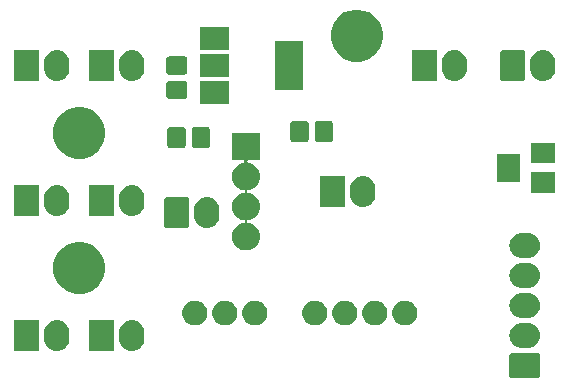
<source format=gts>
%TF.GenerationSoftware,KiCad,Pcbnew,5.0.1*%
%TF.CreationDate,2019-02-02T16:09:19-06:00*%
%TF.ProjectId,PowerRDP,506F7765725244502E6B696361645F70,01*%
%TF.SameCoordinates,Original*%
%TF.FileFunction,Soldermask,Top*%
%TF.FilePolarity,Negative*%
%FSLAX46Y46*%
G04 Gerber Fmt 4.6, Leading zero omitted, Abs format (unit mm)*
G04 Created by KiCad (PCBNEW 5.0.1) date Sat 02 Feb 2019 04:09:19 PM CST*
%MOMM*%
%LPD*%
G01*
G04 APERTURE LIST*
%ADD10C,0.100000*%
G04 APERTURE END LIST*
D10*
G36*
X166478094Y-77674789D02*
X166518953Y-77687183D01*
X166556608Y-77707311D01*
X166589607Y-77734393D01*
X166616689Y-77767392D01*
X166636817Y-77805047D01*
X166649211Y-77845906D01*
X166654000Y-77894530D01*
X166654000Y-79585470D01*
X166649211Y-79634094D01*
X166636817Y-79674953D01*
X166616689Y-79712608D01*
X166589607Y-79745607D01*
X166556608Y-79772689D01*
X166518953Y-79792817D01*
X166478094Y-79805211D01*
X166429470Y-79810000D01*
X164278530Y-79810000D01*
X164229906Y-79805211D01*
X164189047Y-79792817D01*
X164151392Y-79772689D01*
X164118393Y-79745607D01*
X164091311Y-79712608D01*
X164071183Y-79674953D01*
X164058789Y-79634094D01*
X164054000Y-79585470D01*
X164054000Y-77894530D01*
X164058789Y-77845906D01*
X164071183Y-77805047D01*
X164091311Y-77767392D01*
X164118393Y-77734393D01*
X164151392Y-77707311D01*
X164189047Y-77687183D01*
X164229906Y-77674789D01*
X164278530Y-77670000D01*
X166429470Y-77670000D01*
X166478094Y-77674789D01*
X166478094Y-77674789D01*
G37*
G36*
X125939756Y-74915482D02*
X126088970Y-74960746D01*
X126141455Y-74976667D01*
X126327336Y-75076022D01*
X126490265Y-75209735D01*
X126623978Y-75372663D01*
X126723333Y-75558544D01*
X126736716Y-75602663D01*
X126784518Y-75760243D01*
X126800000Y-75917436D01*
X126800000Y-76482563D01*
X126784518Y-76639756D01*
X126739254Y-76788970D01*
X126723333Y-76841455D01*
X126623978Y-77027337D01*
X126490265Y-77190265D01*
X126327337Y-77323978D01*
X126141456Y-77423333D01*
X126088971Y-77439254D01*
X125939757Y-77484518D01*
X125730000Y-77505177D01*
X125520244Y-77484518D01*
X125371030Y-77439254D01*
X125318545Y-77423333D01*
X125132664Y-77323978D01*
X124969736Y-77190265D01*
X124836024Y-77027338D01*
X124736666Y-76841453D01*
X124716271Y-76774220D01*
X124675482Y-76639757D01*
X124660000Y-76482564D01*
X124660000Y-75917437D01*
X124675482Y-75760244D01*
X124736666Y-75558549D01*
X124736667Y-75558545D01*
X124836022Y-75372664D01*
X124969735Y-75209735D01*
X125132663Y-75076022D01*
X125318544Y-74976667D01*
X125371029Y-74960746D01*
X125520243Y-74915482D01*
X125730000Y-74894823D01*
X125939756Y-74915482D01*
X125939756Y-74915482D01*
G37*
G36*
X132289756Y-74915482D02*
X132438970Y-74960746D01*
X132491455Y-74976667D01*
X132677336Y-75076022D01*
X132840265Y-75209735D01*
X132973978Y-75372663D01*
X133073333Y-75558544D01*
X133086716Y-75602663D01*
X133134518Y-75760243D01*
X133150000Y-75917436D01*
X133150000Y-76482563D01*
X133134518Y-76639756D01*
X133089254Y-76788970D01*
X133073333Y-76841455D01*
X132973978Y-77027337D01*
X132840265Y-77190265D01*
X132677337Y-77323978D01*
X132491456Y-77423333D01*
X132438971Y-77439254D01*
X132289757Y-77484518D01*
X132080000Y-77505177D01*
X131870244Y-77484518D01*
X131721030Y-77439254D01*
X131668545Y-77423333D01*
X131482664Y-77323978D01*
X131319736Y-77190265D01*
X131186024Y-77027338D01*
X131086666Y-76841453D01*
X131066271Y-76774220D01*
X131025482Y-76639757D01*
X131010000Y-76482564D01*
X131010000Y-75917437D01*
X131025482Y-75760244D01*
X131086666Y-75558549D01*
X131086667Y-75558545D01*
X131186022Y-75372664D01*
X131319735Y-75209735D01*
X131482663Y-75076022D01*
X131668544Y-74976667D01*
X131721029Y-74960746D01*
X131870243Y-74915482D01*
X132080000Y-74894823D01*
X132289756Y-74915482D01*
X132289756Y-74915482D01*
G37*
G36*
X130610000Y-77500000D02*
X128470000Y-77500000D01*
X128470000Y-74900000D01*
X130610000Y-74900000D01*
X130610000Y-77500000D01*
X130610000Y-77500000D01*
G37*
G36*
X124260000Y-77500000D02*
X122120000Y-77500000D01*
X122120000Y-74900000D01*
X124260000Y-74900000D01*
X124260000Y-77500000D01*
X124260000Y-77500000D01*
G37*
G36*
X165688962Y-75135161D02*
X165793757Y-75145482D01*
X165942971Y-75190746D01*
X165995456Y-75206667D01*
X166181337Y-75306022D01*
X166344265Y-75439735D01*
X166477978Y-75602663D01*
X166577333Y-75788544D01*
X166577334Y-75788548D01*
X166638518Y-75990243D01*
X166659177Y-76200000D01*
X166638518Y-76409757D01*
X166593254Y-76558971D01*
X166577333Y-76611456D01*
X166477978Y-76797337D01*
X166344265Y-76960265D01*
X166181337Y-77093978D01*
X165995456Y-77193333D01*
X165942971Y-77209254D01*
X165793757Y-77254518D01*
X165688962Y-77264839D01*
X165636565Y-77270000D01*
X165071435Y-77270000D01*
X165019038Y-77264839D01*
X164914243Y-77254518D01*
X164765029Y-77209254D01*
X164712544Y-77193333D01*
X164526663Y-77093978D01*
X164363735Y-76960265D01*
X164230022Y-76797337D01*
X164130667Y-76611456D01*
X164114746Y-76558971D01*
X164069482Y-76409757D01*
X164048823Y-76200000D01*
X164069482Y-75990243D01*
X164130666Y-75788548D01*
X164130667Y-75788544D01*
X164230022Y-75602663D01*
X164363735Y-75439735D01*
X164526663Y-75306022D01*
X164712544Y-75206667D01*
X164765029Y-75190746D01*
X164914243Y-75145482D01*
X165019038Y-75135161D01*
X165071435Y-75130000D01*
X165636565Y-75130000D01*
X165688962Y-75135161D01*
X165688962Y-75135161D01*
G37*
G36*
X137529888Y-73246470D02*
X137710274Y-73282350D01*
X137901362Y-73361502D01*
X138073336Y-73476411D01*
X138219589Y-73622664D01*
X138334498Y-73794638D01*
X138413650Y-73985726D01*
X138454000Y-74188584D01*
X138454000Y-74395416D01*
X138413650Y-74598274D01*
X138334498Y-74789362D01*
X138219589Y-74961336D01*
X138073336Y-75107589D01*
X137901362Y-75222498D01*
X137710274Y-75301650D01*
X137529888Y-75337530D01*
X137507417Y-75342000D01*
X137300583Y-75342000D01*
X137278112Y-75337530D01*
X137097726Y-75301650D01*
X136906638Y-75222498D01*
X136734664Y-75107589D01*
X136588411Y-74961336D01*
X136473502Y-74789362D01*
X136394350Y-74598274D01*
X136354000Y-74395416D01*
X136354000Y-74188584D01*
X136394350Y-73985726D01*
X136473502Y-73794638D01*
X136588411Y-73622664D01*
X136734664Y-73476411D01*
X136906638Y-73361502D01*
X137097726Y-73282350D01*
X137278112Y-73246470D01*
X137300583Y-73242000D01*
X137507417Y-73242000D01*
X137529888Y-73246470D01*
X137529888Y-73246470D01*
G37*
G36*
X155309888Y-73246470D02*
X155490274Y-73282350D01*
X155681362Y-73361502D01*
X155853336Y-73476411D01*
X155999589Y-73622664D01*
X156114498Y-73794638D01*
X156193650Y-73985726D01*
X156234000Y-74188584D01*
X156234000Y-74395416D01*
X156193650Y-74598274D01*
X156114498Y-74789362D01*
X155999589Y-74961336D01*
X155853336Y-75107589D01*
X155681362Y-75222498D01*
X155490274Y-75301650D01*
X155309888Y-75337530D01*
X155287417Y-75342000D01*
X155080583Y-75342000D01*
X155058112Y-75337530D01*
X154877726Y-75301650D01*
X154686638Y-75222498D01*
X154514664Y-75107589D01*
X154368411Y-74961336D01*
X154253502Y-74789362D01*
X154174350Y-74598274D01*
X154134000Y-74395416D01*
X154134000Y-74188584D01*
X154174350Y-73985726D01*
X154253502Y-73794638D01*
X154368411Y-73622664D01*
X154514664Y-73476411D01*
X154686638Y-73361502D01*
X154877726Y-73282350D01*
X155058112Y-73246470D01*
X155080583Y-73242000D01*
X155287417Y-73242000D01*
X155309888Y-73246470D01*
X155309888Y-73246470D01*
G37*
G36*
X152769888Y-73246470D02*
X152950274Y-73282350D01*
X153141362Y-73361502D01*
X153313336Y-73476411D01*
X153459589Y-73622664D01*
X153574498Y-73794638D01*
X153653650Y-73985726D01*
X153694000Y-74188584D01*
X153694000Y-74395416D01*
X153653650Y-74598274D01*
X153574498Y-74789362D01*
X153459589Y-74961336D01*
X153313336Y-75107589D01*
X153141362Y-75222498D01*
X152950274Y-75301650D01*
X152769888Y-75337530D01*
X152747417Y-75342000D01*
X152540583Y-75342000D01*
X152518112Y-75337530D01*
X152337726Y-75301650D01*
X152146638Y-75222498D01*
X151974664Y-75107589D01*
X151828411Y-74961336D01*
X151713502Y-74789362D01*
X151634350Y-74598274D01*
X151594000Y-74395416D01*
X151594000Y-74188584D01*
X151634350Y-73985726D01*
X151713502Y-73794638D01*
X151828411Y-73622664D01*
X151974664Y-73476411D01*
X152146638Y-73361502D01*
X152337726Y-73282350D01*
X152518112Y-73246470D01*
X152540583Y-73242000D01*
X152747417Y-73242000D01*
X152769888Y-73246470D01*
X152769888Y-73246470D01*
G37*
G36*
X150229888Y-73246470D02*
X150410274Y-73282350D01*
X150601362Y-73361502D01*
X150773336Y-73476411D01*
X150919589Y-73622664D01*
X151034498Y-73794638D01*
X151113650Y-73985726D01*
X151154000Y-74188584D01*
X151154000Y-74395416D01*
X151113650Y-74598274D01*
X151034498Y-74789362D01*
X150919589Y-74961336D01*
X150773336Y-75107589D01*
X150601362Y-75222498D01*
X150410274Y-75301650D01*
X150229888Y-75337530D01*
X150207417Y-75342000D01*
X150000583Y-75342000D01*
X149978112Y-75337530D01*
X149797726Y-75301650D01*
X149606638Y-75222498D01*
X149434664Y-75107589D01*
X149288411Y-74961336D01*
X149173502Y-74789362D01*
X149094350Y-74598274D01*
X149054000Y-74395416D01*
X149054000Y-74188584D01*
X149094350Y-73985726D01*
X149173502Y-73794638D01*
X149288411Y-73622664D01*
X149434664Y-73476411D01*
X149606638Y-73361502D01*
X149797726Y-73282350D01*
X149978112Y-73246470D01*
X150000583Y-73242000D01*
X150207417Y-73242000D01*
X150229888Y-73246470D01*
X150229888Y-73246470D01*
G37*
G36*
X147689888Y-73246470D02*
X147870274Y-73282350D01*
X148061362Y-73361502D01*
X148233336Y-73476411D01*
X148379589Y-73622664D01*
X148494498Y-73794638D01*
X148573650Y-73985726D01*
X148614000Y-74188584D01*
X148614000Y-74395416D01*
X148573650Y-74598274D01*
X148494498Y-74789362D01*
X148379589Y-74961336D01*
X148233336Y-75107589D01*
X148061362Y-75222498D01*
X147870274Y-75301650D01*
X147689888Y-75337530D01*
X147667417Y-75342000D01*
X147460583Y-75342000D01*
X147438112Y-75337530D01*
X147257726Y-75301650D01*
X147066638Y-75222498D01*
X146894664Y-75107589D01*
X146748411Y-74961336D01*
X146633502Y-74789362D01*
X146554350Y-74598274D01*
X146514000Y-74395416D01*
X146514000Y-74188584D01*
X146554350Y-73985726D01*
X146633502Y-73794638D01*
X146748411Y-73622664D01*
X146894664Y-73476411D01*
X147066638Y-73361502D01*
X147257726Y-73282350D01*
X147438112Y-73246470D01*
X147460583Y-73242000D01*
X147667417Y-73242000D01*
X147689888Y-73246470D01*
X147689888Y-73246470D01*
G37*
G36*
X142609888Y-73246470D02*
X142790274Y-73282350D01*
X142981362Y-73361502D01*
X143153336Y-73476411D01*
X143299589Y-73622664D01*
X143414498Y-73794638D01*
X143493650Y-73985726D01*
X143534000Y-74188584D01*
X143534000Y-74395416D01*
X143493650Y-74598274D01*
X143414498Y-74789362D01*
X143299589Y-74961336D01*
X143153336Y-75107589D01*
X142981362Y-75222498D01*
X142790274Y-75301650D01*
X142609888Y-75337530D01*
X142587417Y-75342000D01*
X142380583Y-75342000D01*
X142358112Y-75337530D01*
X142177726Y-75301650D01*
X141986638Y-75222498D01*
X141814664Y-75107589D01*
X141668411Y-74961336D01*
X141553502Y-74789362D01*
X141474350Y-74598274D01*
X141434000Y-74395416D01*
X141434000Y-74188584D01*
X141474350Y-73985726D01*
X141553502Y-73794638D01*
X141668411Y-73622664D01*
X141814664Y-73476411D01*
X141986638Y-73361502D01*
X142177726Y-73282350D01*
X142358112Y-73246470D01*
X142380583Y-73242000D01*
X142587417Y-73242000D01*
X142609888Y-73246470D01*
X142609888Y-73246470D01*
G37*
G36*
X140069888Y-73246470D02*
X140250274Y-73282350D01*
X140441362Y-73361502D01*
X140613336Y-73476411D01*
X140759589Y-73622664D01*
X140874498Y-73794638D01*
X140953650Y-73985726D01*
X140994000Y-74188584D01*
X140994000Y-74395416D01*
X140953650Y-74598274D01*
X140874498Y-74789362D01*
X140759589Y-74961336D01*
X140613336Y-75107589D01*
X140441362Y-75222498D01*
X140250274Y-75301650D01*
X140069888Y-75337530D01*
X140047417Y-75342000D01*
X139840583Y-75342000D01*
X139818112Y-75337530D01*
X139637726Y-75301650D01*
X139446638Y-75222498D01*
X139274664Y-75107589D01*
X139128411Y-74961336D01*
X139013502Y-74789362D01*
X138934350Y-74598274D01*
X138894000Y-74395416D01*
X138894000Y-74188584D01*
X138934350Y-73985726D01*
X139013502Y-73794638D01*
X139128411Y-73622664D01*
X139274664Y-73476411D01*
X139446638Y-73361502D01*
X139637726Y-73282350D01*
X139818112Y-73246470D01*
X139840583Y-73242000D01*
X140047417Y-73242000D01*
X140069888Y-73246470D01*
X140069888Y-73246470D01*
G37*
G36*
X165688962Y-72595161D02*
X165793757Y-72605482D01*
X165942971Y-72650746D01*
X165995456Y-72666667D01*
X166181337Y-72766022D01*
X166344265Y-72899735D01*
X166477978Y-73062663D01*
X166577333Y-73248544D01*
X166577334Y-73248548D01*
X166638518Y-73450243D01*
X166659177Y-73660000D01*
X166638518Y-73869757D01*
X166603339Y-73985726D01*
X166577333Y-74071456D01*
X166477978Y-74257337D01*
X166344265Y-74420265D01*
X166181337Y-74553978D01*
X165995456Y-74653333D01*
X165942971Y-74669254D01*
X165793757Y-74714518D01*
X165688962Y-74724839D01*
X165636565Y-74730000D01*
X165071435Y-74730000D01*
X165019038Y-74724839D01*
X164914243Y-74714518D01*
X164765029Y-74669254D01*
X164712544Y-74653333D01*
X164526663Y-74553978D01*
X164363735Y-74420265D01*
X164230022Y-74257337D01*
X164130667Y-74071456D01*
X164104661Y-73985726D01*
X164069482Y-73869757D01*
X164048823Y-73660000D01*
X164069482Y-73450243D01*
X164130666Y-73248548D01*
X164130667Y-73248544D01*
X164230022Y-73062663D01*
X164363735Y-72899735D01*
X164526663Y-72766022D01*
X164712544Y-72666667D01*
X164765029Y-72650746D01*
X164914243Y-72605482D01*
X165019038Y-72595161D01*
X165071435Y-72590000D01*
X165636565Y-72590000D01*
X165688962Y-72595161D01*
X165688962Y-72595161D01*
G37*
G36*
X128276716Y-68369544D02*
X128677090Y-68535384D01*
X129037421Y-68776150D01*
X129343850Y-69082579D01*
X129584616Y-69442910D01*
X129750456Y-69843284D01*
X129835000Y-70268317D01*
X129835000Y-70701683D01*
X129750456Y-71126716D01*
X129584616Y-71527090D01*
X129343850Y-71887421D01*
X129037421Y-72193850D01*
X128677090Y-72434616D01*
X128276716Y-72600456D01*
X127851683Y-72685000D01*
X127418317Y-72685000D01*
X126993284Y-72600456D01*
X126592910Y-72434616D01*
X126232579Y-72193850D01*
X125926150Y-71887421D01*
X125685384Y-71527090D01*
X125519544Y-71126716D01*
X125435000Y-70701683D01*
X125435000Y-70268317D01*
X125519544Y-69843284D01*
X125685384Y-69442910D01*
X125926150Y-69082579D01*
X126232579Y-68776150D01*
X126592910Y-68535384D01*
X126993284Y-68369544D01*
X127418317Y-68285000D01*
X127851683Y-68285000D01*
X128276716Y-68369544D01*
X128276716Y-68369544D01*
G37*
G36*
X165688962Y-70055161D02*
X165793757Y-70065482D01*
X165942971Y-70110746D01*
X165995456Y-70126667D01*
X166181337Y-70226022D01*
X166344265Y-70359735D01*
X166477978Y-70522663D01*
X166577333Y-70708544D01*
X166577334Y-70708548D01*
X166638518Y-70910243D01*
X166659177Y-71120000D01*
X166638518Y-71329757D01*
X166593254Y-71478971D01*
X166577333Y-71531456D01*
X166477978Y-71717337D01*
X166344265Y-71880265D01*
X166181337Y-72013978D01*
X165995456Y-72113333D01*
X165942971Y-72129254D01*
X165793757Y-72174518D01*
X165688962Y-72184839D01*
X165636565Y-72190000D01*
X165071435Y-72190000D01*
X165019038Y-72184839D01*
X164914243Y-72174518D01*
X164765029Y-72129254D01*
X164712544Y-72113333D01*
X164526663Y-72013978D01*
X164363735Y-71880265D01*
X164230022Y-71717337D01*
X164130667Y-71531456D01*
X164114746Y-71478971D01*
X164069482Y-71329757D01*
X164048823Y-71120000D01*
X164069482Y-70910243D01*
X164130666Y-70708548D01*
X164130667Y-70708544D01*
X164230022Y-70522663D01*
X164363735Y-70359735D01*
X164526663Y-70226022D01*
X164712544Y-70126667D01*
X164765029Y-70110746D01*
X164914243Y-70065482D01*
X165019038Y-70055161D01*
X165071435Y-70050000D01*
X165636565Y-70050000D01*
X165688962Y-70055161D01*
X165688962Y-70055161D01*
G37*
G36*
X165688962Y-67515161D02*
X165793757Y-67525482D01*
X165942971Y-67570746D01*
X165995456Y-67586667D01*
X166181337Y-67686022D01*
X166344265Y-67819735D01*
X166477978Y-67982663D01*
X166577333Y-68168544D01*
X166577334Y-68168548D01*
X166638518Y-68370243D01*
X166659177Y-68580000D01*
X166638518Y-68789757D01*
X166608739Y-68887923D01*
X166577333Y-68991456D01*
X166477978Y-69177337D01*
X166344265Y-69340265D01*
X166181337Y-69473978D01*
X165995456Y-69573333D01*
X165942971Y-69589254D01*
X165793757Y-69634518D01*
X165688962Y-69644839D01*
X165636565Y-69650000D01*
X165071435Y-69650000D01*
X165019038Y-69644839D01*
X164914243Y-69634518D01*
X164765029Y-69589254D01*
X164712544Y-69573333D01*
X164526663Y-69473978D01*
X164363735Y-69340265D01*
X164230022Y-69177337D01*
X164130667Y-68991456D01*
X164099261Y-68887923D01*
X164069482Y-68789757D01*
X164048823Y-68580000D01*
X164069482Y-68370243D01*
X164130666Y-68168548D01*
X164130667Y-68168544D01*
X164230022Y-67982663D01*
X164363735Y-67819735D01*
X164526663Y-67686022D01*
X164712544Y-67586667D01*
X164765029Y-67570746D01*
X164914243Y-67525482D01*
X165019038Y-67515161D01*
X165071435Y-67510000D01*
X165636565Y-67510000D01*
X165688962Y-67515161D01*
X165688962Y-67515161D01*
G37*
G36*
X142932000Y-61350500D02*
X141994551Y-61350500D01*
X141970165Y-61352902D01*
X141946716Y-61360015D01*
X141925105Y-61371566D01*
X141906163Y-61387112D01*
X141890617Y-61406054D01*
X141879066Y-61427665D01*
X141871953Y-61451114D01*
X141869551Y-61475500D01*
X141871953Y-61499886D01*
X141879066Y-61523335D01*
X141890617Y-61544946D01*
X141906163Y-61563888D01*
X141925105Y-61579434D01*
X141946716Y-61590985D01*
X141982298Y-61599898D01*
X142005429Y-61602176D01*
X142114052Y-61635126D01*
X142222677Y-61668077D01*
X142422895Y-61775096D01*
X142598384Y-61919116D01*
X142742404Y-62094605D01*
X142849423Y-62294823D01*
X142915324Y-62512072D01*
X142937576Y-62738000D01*
X142915324Y-62963928D01*
X142849423Y-63181177D01*
X142742404Y-63381395D01*
X142598384Y-63556884D01*
X142422895Y-63700904D01*
X142222677Y-63807923D01*
X142114053Y-63840873D01*
X142005429Y-63873824D01*
X141917451Y-63882489D01*
X141906151Y-63883602D01*
X141882117Y-63888383D01*
X141859478Y-63897760D01*
X141839104Y-63911374D01*
X141821777Y-63928701D01*
X141808163Y-63949076D01*
X141798785Y-63971715D01*
X141794005Y-63995748D01*
X141794005Y-64020252D01*
X141798786Y-64044286D01*
X141808163Y-64066925D01*
X141821777Y-64087299D01*
X141839104Y-64104626D01*
X141859479Y-64118240D01*
X141882118Y-64127618D01*
X141906151Y-64132398D01*
X142005429Y-64142176D01*
X142114053Y-64175127D01*
X142222677Y-64208077D01*
X142422895Y-64315096D01*
X142598384Y-64459116D01*
X142742404Y-64634605D01*
X142849423Y-64834823D01*
X142849579Y-64835337D01*
X142915324Y-65052071D01*
X142937576Y-65278000D01*
X142915373Y-65503436D01*
X142915324Y-65503928D01*
X142849423Y-65721177D01*
X142742404Y-65921395D01*
X142598384Y-66096884D01*
X142422895Y-66240904D01*
X142222677Y-66347923D01*
X142114053Y-66380873D01*
X142005429Y-66413824D01*
X141917451Y-66422489D01*
X141906151Y-66423602D01*
X141882117Y-66428383D01*
X141859478Y-66437760D01*
X141839104Y-66451374D01*
X141821777Y-66468701D01*
X141808163Y-66489076D01*
X141798785Y-66511715D01*
X141794005Y-66535748D01*
X141794005Y-66560252D01*
X141798786Y-66584286D01*
X141808163Y-66606925D01*
X141821777Y-66627299D01*
X141839104Y-66644626D01*
X141859479Y-66658240D01*
X141882118Y-66667618D01*
X141906151Y-66672398D01*
X142005429Y-66682176D01*
X142114052Y-66715126D01*
X142222677Y-66748077D01*
X142422895Y-66855096D01*
X142598384Y-66999116D01*
X142742404Y-67174605D01*
X142849423Y-67374823D01*
X142849423Y-67374824D01*
X142913685Y-67586667D01*
X142915324Y-67592072D01*
X142937576Y-67818000D01*
X142915324Y-68043928D01*
X142849423Y-68261177D01*
X142742404Y-68461395D01*
X142598384Y-68636884D01*
X142422895Y-68780904D01*
X142222677Y-68887923D01*
X142114053Y-68920873D01*
X142005429Y-68953824D01*
X141948991Y-68959383D01*
X141836116Y-68970500D01*
X141627884Y-68970500D01*
X141515009Y-68959383D01*
X141458571Y-68953824D01*
X141349948Y-68920874D01*
X141241323Y-68887923D01*
X141041105Y-68780904D01*
X140865616Y-68636884D01*
X140721596Y-68461395D01*
X140614577Y-68261177D01*
X140548676Y-68043928D01*
X140526424Y-67818000D01*
X140548676Y-67592072D01*
X140550316Y-67586667D01*
X140614577Y-67374824D01*
X140614577Y-67374823D01*
X140721596Y-67174605D01*
X140865616Y-66999116D01*
X141041105Y-66855096D01*
X141241323Y-66748077D01*
X141349948Y-66715126D01*
X141458571Y-66682176D01*
X141557849Y-66672398D01*
X141581883Y-66667617D01*
X141604522Y-66658240D01*
X141624896Y-66644626D01*
X141642223Y-66627299D01*
X141655837Y-66606924D01*
X141665215Y-66584285D01*
X141669995Y-66560252D01*
X141669995Y-66535748D01*
X141665214Y-66511714D01*
X141655837Y-66489075D01*
X141642223Y-66468701D01*
X141624896Y-66451374D01*
X141604521Y-66437760D01*
X141581882Y-66428382D01*
X141557849Y-66423602D01*
X141546549Y-66422489D01*
X141458571Y-66413824D01*
X141349947Y-66380873D01*
X141241323Y-66347923D01*
X141041105Y-66240904D01*
X140865616Y-66096884D01*
X140721596Y-65921395D01*
X140614577Y-65721177D01*
X140548676Y-65503928D01*
X140548628Y-65503436D01*
X140526424Y-65278000D01*
X140548676Y-65052071D01*
X140614421Y-64835337D01*
X140614577Y-64834823D01*
X140721596Y-64634605D01*
X140865616Y-64459116D01*
X141041105Y-64315096D01*
X141241323Y-64208077D01*
X141349947Y-64175127D01*
X141458571Y-64142176D01*
X141557849Y-64132398D01*
X141581883Y-64127617D01*
X141604522Y-64118240D01*
X141624896Y-64104626D01*
X141642223Y-64087299D01*
X141655837Y-64066924D01*
X141665215Y-64044285D01*
X141669995Y-64020252D01*
X141669995Y-63995748D01*
X141665214Y-63971714D01*
X141655837Y-63949075D01*
X141642223Y-63928701D01*
X141624896Y-63911374D01*
X141604521Y-63897760D01*
X141581882Y-63888382D01*
X141557849Y-63883602D01*
X141546549Y-63882489D01*
X141458571Y-63873824D01*
X141349947Y-63840873D01*
X141241323Y-63807923D01*
X141041105Y-63700904D01*
X140865616Y-63556884D01*
X140721596Y-63381395D01*
X140614577Y-63181177D01*
X140548676Y-62963928D01*
X140526424Y-62738000D01*
X140548676Y-62512072D01*
X140614577Y-62294823D01*
X140721596Y-62094605D01*
X140865616Y-61919116D01*
X141041105Y-61775096D01*
X141241323Y-61668077D01*
X141349947Y-61635127D01*
X141458571Y-61602176D01*
X141481702Y-61599898D01*
X141505735Y-61595117D01*
X141528374Y-61585740D01*
X141548748Y-61572126D01*
X141566075Y-61554799D01*
X141579689Y-61534424D01*
X141589067Y-61511785D01*
X141593847Y-61487752D01*
X141593847Y-61463248D01*
X141589066Y-61439214D01*
X141579689Y-61416575D01*
X141566075Y-61396201D01*
X141548748Y-61378874D01*
X141528373Y-61365260D01*
X141505734Y-61355882D01*
X141469449Y-61350500D01*
X140532000Y-61350500D01*
X140532000Y-59045500D01*
X142932000Y-59045500D01*
X142932000Y-61350500D01*
X142932000Y-61350500D01*
G37*
G36*
X138639756Y-64501482D02*
X138788970Y-64546746D01*
X138841455Y-64562667D01*
X139027336Y-64662022D01*
X139190265Y-64795735D01*
X139323978Y-64958663D01*
X139423333Y-65144544D01*
X139439254Y-65197029D01*
X139484518Y-65346243D01*
X139490941Y-65411455D01*
X139500000Y-65503435D01*
X139500000Y-66068564D01*
X139499349Y-66075177D01*
X139484518Y-66225756D01*
X139447459Y-66347923D01*
X139423333Y-66427455D01*
X139323978Y-66613337D01*
X139190265Y-66776265D01*
X139027337Y-66909978D01*
X138841456Y-67009333D01*
X138800994Y-67021607D01*
X138639757Y-67070518D01*
X138430000Y-67091177D01*
X138220244Y-67070518D01*
X138059007Y-67021607D01*
X138018545Y-67009333D01*
X137832664Y-66909978D01*
X137669736Y-66776265D01*
X137536024Y-66613338D01*
X137436666Y-66427453D01*
X137412541Y-66347923D01*
X137375482Y-66225757D01*
X137360000Y-66068564D01*
X137360000Y-65503437D01*
X137375482Y-65346244D01*
X137436666Y-65144549D01*
X137436667Y-65144545D01*
X137536022Y-64958664D01*
X137669735Y-64795735D01*
X137832663Y-64662022D01*
X138018544Y-64562667D01*
X138071029Y-64546746D01*
X138220243Y-64501482D01*
X138430000Y-64480823D01*
X138639756Y-64501482D01*
X138639756Y-64501482D01*
G37*
G36*
X136784094Y-64490789D02*
X136824953Y-64503183D01*
X136862608Y-64523311D01*
X136895607Y-64550393D01*
X136922689Y-64583392D01*
X136942817Y-64621047D01*
X136955211Y-64661906D01*
X136960000Y-64710530D01*
X136960000Y-66861470D01*
X136955211Y-66910094D01*
X136942817Y-66950953D01*
X136922689Y-66988608D01*
X136895607Y-67021607D01*
X136862608Y-67048689D01*
X136824953Y-67068817D01*
X136784094Y-67081211D01*
X136735470Y-67086000D01*
X135044530Y-67086000D01*
X134995906Y-67081211D01*
X134955047Y-67068817D01*
X134917392Y-67048689D01*
X134884393Y-67021607D01*
X134857311Y-66988608D01*
X134837183Y-66950953D01*
X134824789Y-66910094D01*
X134820000Y-66861470D01*
X134820000Y-64710530D01*
X134824789Y-64661906D01*
X134837183Y-64621047D01*
X134857311Y-64583392D01*
X134884393Y-64550393D01*
X134917392Y-64523311D01*
X134955047Y-64503183D01*
X134995906Y-64490789D01*
X135044530Y-64486000D01*
X136735470Y-64486000D01*
X136784094Y-64490789D01*
X136784094Y-64490789D01*
G37*
G36*
X132289756Y-63485482D02*
X132438970Y-63530746D01*
X132491455Y-63546667D01*
X132677336Y-63646022D01*
X132840265Y-63779735D01*
X132973978Y-63942663D01*
X133073333Y-64128544D01*
X133074502Y-64132398D01*
X133134518Y-64330243D01*
X133150000Y-64487436D01*
X133150000Y-65052563D01*
X133134518Y-65209756D01*
X133127972Y-65231334D01*
X133073333Y-65411455D01*
X132973978Y-65597337D01*
X132840265Y-65760265D01*
X132677337Y-65893978D01*
X132491456Y-65993333D01*
X132438971Y-66009254D01*
X132289757Y-66054518D01*
X132080000Y-66075177D01*
X131870244Y-66054518D01*
X131721030Y-66009254D01*
X131668545Y-65993333D01*
X131482664Y-65893978D01*
X131319736Y-65760265D01*
X131186024Y-65597338D01*
X131086666Y-65411453D01*
X131066271Y-65344220D01*
X131025482Y-65209757D01*
X131010000Y-65052564D01*
X131010000Y-64487437D01*
X131010142Y-64486000D01*
X131025482Y-64330246D01*
X131025482Y-64330244D01*
X131086666Y-64128549D01*
X131086667Y-64128545D01*
X131186022Y-63942664D01*
X131319735Y-63779735D01*
X131482663Y-63646022D01*
X131668544Y-63546667D01*
X131721029Y-63530746D01*
X131870243Y-63485482D01*
X132080000Y-63464823D01*
X132289756Y-63485482D01*
X132289756Y-63485482D01*
G37*
G36*
X125939756Y-63485482D02*
X126088970Y-63530746D01*
X126141455Y-63546667D01*
X126327336Y-63646022D01*
X126490265Y-63779735D01*
X126623978Y-63942663D01*
X126723333Y-64128544D01*
X126724502Y-64132398D01*
X126784518Y-64330243D01*
X126800000Y-64487436D01*
X126800000Y-65052563D01*
X126784518Y-65209756D01*
X126777972Y-65231334D01*
X126723333Y-65411455D01*
X126623978Y-65597337D01*
X126490265Y-65760265D01*
X126327337Y-65893978D01*
X126141456Y-65993333D01*
X126088971Y-66009254D01*
X125939757Y-66054518D01*
X125730000Y-66075177D01*
X125520244Y-66054518D01*
X125371030Y-66009254D01*
X125318545Y-65993333D01*
X125132664Y-65893978D01*
X124969736Y-65760265D01*
X124836024Y-65597338D01*
X124736666Y-65411453D01*
X124716271Y-65344220D01*
X124675482Y-65209757D01*
X124660000Y-65052564D01*
X124660000Y-64487437D01*
X124660142Y-64486000D01*
X124675482Y-64330246D01*
X124675482Y-64330244D01*
X124736666Y-64128549D01*
X124736667Y-64128545D01*
X124836022Y-63942664D01*
X124969735Y-63779735D01*
X125132663Y-63646022D01*
X125318544Y-63546667D01*
X125371029Y-63530746D01*
X125520243Y-63485482D01*
X125730000Y-63464823D01*
X125939756Y-63485482D01*
X125939756Y-63485482D01*
G37*
G36*
X130610000Y-66070000D02*
X128470000Y-66070000D01*
X128470000Y-63470000D01*
X130610000Y-63470000D01*
X130610000Y-66070000D01*
X130610000Y-66070000D01*
G37*
G36*
X124260000Y-66070000D02*
X122120000Y-66070000D01*
X122120000Y-63470000D01*
X124260000Y-63470000D01*
X124260000Y-66070000D01*
X124260000Y-66070000D01*
G37*
G36*
X151847756Y-62723482D02*
X151996970Y-62768746D01*
X152049455Y-62784667D01*
X152235336Y-62884022D01*
X152398265Y-63017735D01*
X152531978Y-63180663D01*
X152631333Y-63366544D01*
X152635837Y-63381393D01*
X152692518Y-63568243D01*
X152708000Y-63725436D01*
X152708000Y-64290563D01*
X152692518Y-64447756D01*
X152669598Y-64523311D01*
X152631333Y-64649455D01*
X152531978Y-64835337D01*
X152398265Y-64998265D01*
X152235337Y-65131978D01*
X152049456Y-65231333D01*
X151996971Y-65247254D01*
X151847757Y-65292518D01*
X151638000Y-65313177D01*
X151428244Y-65292518D01*
X151279030Y-65247254D01*
X151226545Y-65231333D01*
X151040664Y-65131978D01*
X150877736Y-64998265D01*
X150744024Y-64835338D01*
X150644666Y-64649453D01*
X150610802Y-64537818D01*
X150583482Y-64447757D01*
X150568000Y-64290564D01*
X150568000Y-63725437D01*
X150583482Y-63568244D01*
X150644666Y-63366549D01*
X150644667Y-63366545D01*
X150744022Y-63180664D01*
X150877735Y-63017735D01*
X151040663Y-62884022D01*
X151226544Y-62784667D01*
X151279029Y-62768746D01*
X151428243Y-62723482D01*
X151638000Y-62702823D01*
X151847756Y-62723482D01*
X151847756Y-62723482D01*
G37*
G36*
X150168000Y-65308000D02*
X148028000Y-65308000D01*
X148028000Y-62708000D01*
X150168000Y-62708000D01*
X150168000Y-65308000D01*
X150168000Y-65308000D01*
G37*
G36*
X167878000Y-64096000D02*
X165878000Y-64096000D01*
X165878000Y-62396000D01*
X167878000Y-62396000D01*
X167878000Y-64096000D01*
X167878000Y-64096000D01*
G37*
G36*
X164978000Y-63196000D02*
X162978000Y-63196000D01*
X162978000Y-60796000D01*
X164978000Y-60796000D01*
X164978000Y-63196000D01*
X164978000Y-63196000D01*
G37*
G36*
X167878000Y-61596000D02*
X165878000Y-61596000D01*
X165878000Y-59896000D01*
X167878000Y-59896000D01*
X167878000Y-61596000D01*
X167878000Y-61596000D01*
G37*
G36*
X128276716Y-56939544D02*
X128677090Y-57105384D01*
X129037421Y-57346150D01*
X129343850Y-57652579D01*
X129584616Y-58012910D01*
X129750456Y-58413284D01*
X129835000Y-58838317D01*
X129835000Y-59271683D01*
X129750456Y-59696716D01*
X129584616Y-60097090D01*
X129343850Y-60457421D01*
X129037421Y-60763850D01*
X128677090Y-61004616D01*
X128276716Y-61170456D01*
X127851683Y-61255000D01*
X127418317Y-61255000D01*
X126993284Y-61170456D01*
X126592910Y-61004616D01*
X126232579Y-60763850D01*
X125926150Y-60457421D01*
X125685384Y-60097090D01*
X125519544Y-59696716D01*
X125435000Y-59271683D01*
X125435000Y-58838317D01*
X125519544Y-58413284D01*
X125685384Y-58012910D01*
X125926150Y-57652579D01*
X126232579Y-57346150D01*
X126592910Y-57105384D01*
X126993284Y-56939544D01*
X127418317Y-56855000D01*
X127851683Y-56855000D01*
X128276716Y-56939544D01*
X128276716Y-56939544D01*
G37*
G36*
X138482530Y-58532710D02*
X138532379Y-58547831D01*
X138578311Y-58572382D01*
X138618574Y-58605426D01*
X138651618Y-58645689D01*
X138676169Y-58691621D01*
X138691290Y-58741470D01*
X138697000Y-58799444D01*
X138697000Y-60054556D01*
X138691290Y-60112530D01*
X138676169Y-60162379D01*
X138651618Y-60208311D01*
X138618574Y-60248574D01*
X138578311Y-60281618D01*
X138532379Y-60306169D01*
X138482530Y-60321290D01*
X138424556Y-60327000D01*
X137419444Y-60327000D01*
X137361470Y-60321290D01*
X137311621Y-60306169D01*
X137265689Y-60281618D01*
X137225426Y-60248574D01*
X137192382Y-60208311D01*
X137167831Y-60162379D01*
X137152710Y-60112530D01*
X137147000Y-60054556D01*
X137147000Y-58799444D01*
X137152710Y-58741470D01*
X137167831Y-58691621D01*
X137192382Y-58645689D01*
X137225426Y-58605426D01*
X137265689Y-58572382D01*
X137311621Y-58547831D01*
X137361470Y-58532710D01*
X137419444Y-58527000D01*
X138424556Y-58527000D01*
X138482530Y-58532710D01*
X138482530Y-58532710D01*
G37*
G36*
X136432530Y-58532710D02*
X136482379Y-58547831D01*
X136528311Y-58572382D01*
X136568574Y-58605426D01*
X136601618Y-58645689D01*
X136626169Y-58691621D01*
X136641290Y-58741470D01*
X136647000Y-58799444D01*
X136647000Y-60054556D01*
X136641290Y-60112530D01*
X136626169Y-60162379D01*
X136601618Y-60208311D01*
X136568574Y-60248574D01*
X136528311Y-60281618D01*
X136482379Y-60306169D01*
X136432530Y-60321290D01*
X136374556Y-60327000D01*
X135369444Y-60327000D01*
X135311470Y-60321290D01*
X135261621Y-60306169D01*
X135215689Y-60281618D01*
X135175426Y-60248574D01*
X135142382Y-60208311D01*
X135117831Y-60162379D01*
X135102710Y-60112530D01*
X135097000Y-60054556D01*
X135097000Y-58799444D01*
X135102710Y-58741470D01*
X135117831Y-58691621D01*
X135142382Y-58645689D01*
X135175426Y-58605426D01*
X135215689Y-58572382D01*
X135261621Y-58547831D01*
X135311470Y-58532710D01*
X135369444Y-58527000D01*
X136374556Y-58527000D01*
X136432530Y-58532710D01*
X136432530Y-58532710D01*
G37*
G36*
X146846530Y-58033710D02*
X146896379Y-58048831D01*
X146942311Y-58073382D01*
X146982574Y-58106426D01*
X147015618Y-58146689D01*
X147040169Y-58192621D01*
X147055290Y-58242470D01*
X147061000Y-58300444D01*
X147061000Y-59555556D01*
X147055290Y-59613530D01*
X147040169Y-59663379D01*
X147015618Y-59709311D01*
X146982574Y-59749574D01*
X146942311Y-59782618D01*
X146896379Y-59807169D01*
X146846530Y-59822290D01*
X146788556Y-59828000D01*
X145783444Y-59828000D01*
X145725470Y-59822290D01*
X145675621Y-59807169D01*
X145629689Y-59782618D01*
X145589426Y-59749574D01*
X145556382Y-59709311D01*
X145531831Y-59663379D01*
X145516710Y-59613530D01*
X145511000Y-59555556D01*
X145511000Y-58300444D01*
X145516710Y-58242470D01*
X145531831Y-58192621D01*
X145556382Y-58146689D01*
X145589426Y-58106426D01*
X145629689Y-58073382D01*
X145675621Y-58048831D01*
X145725470Y-58033710D01*
X145783444Y-58028000D01*
X146788556Y-58028000D01*
X146846530Y-58033710D01*
X146846530Y-58033710D01*
G37*
G36*
X148896530Y-58033710D02*
X148946379Y-58048831D01*
X148992311Y-58073382D01*
X149032574Y-58106426D01*
X149065618Y-58146689D01*
X149090169Y-58192621D01*
X149105290Y-58242470D01*
X149111000Y-58300444D01*
X149111000Y-59555556D01*
X149105290Y-59613530D01*
X149090169Y-59663379D01*
X149065618Y-59709311D01*
X149032574Y-59749574D01*
X148992311Y-59782618D01*
X148946379Y-59807169D01*
X148896530Y-59822290D01*
X148838556Y-59828000D01*
X147833444Y-59828000D01*
X147775470Y-59822290D01*
X147725621Y-59807169D01*
X147679689Y-59782618D01*
X147639426Y-59749574D01*
X147606382Y-59709311D01*
X147581831Y-59663379D01*
X147566710Y-59613530D01*
X147561000Y-59555556D01*
X147561000Y-58300444D01*
X147566710Y-58242470D01*
X147581831Y-58192621D01*
X147606382Y-58146689D01*
X147639426Y-58106426D01*
X147679689Y-58073382D01*
X147725621Y-58048831D01*
X147775470Y-58033710D01*
X147833444Y-58028000D01*
X148838556Y-58028000D01*
X148896530Y-58033710D01*
X148896530Y-58033710D01*
G37*
G36*
X140290000Y-56590000D02*
X137890000Y-56590000D01*
X137890000Y-54690000D01*
X140290000Y-54690000D01*
X140290000Y-56590000D01*
X140290000Y-56590000D01*
G37*
G36*
X136575530Y-54620710D02*
X136625379Y-54635831D01*
X136671311Y-54660382D01*
X136711574Y-54693426D01*
X136744618Y-54733689D01*
X136769169Y-54779621D01*
X136784290Y-54829470D01*
X136790000Y-54887444D01*
X136790000Y-55892556D01*
X136784290Y-55950530D01*
X136769169Y-56000379D01*
X136744618Y-56046311D01*
X136711574Y-56086574D01*
X136671311Y-56119618D01*
X136625379Y-56144169D01*
X136575530Y-56159290D01*
X136517556Y-56165000D01*
X135262444Y-56165000D01*
X135204470Y-56159290D01*
X135154621Y-56144169D01*
X135108689Y-56119618D01*
X135068426Y-56086574D01*
X135035382Y-56046311D01*
X135010831Y-56000379D01*
X134995710Y-55950530D01*
X134990000Y-55892556D01*
X134990000Y-54887444D01*
X134995710Y-54829470D01*
X135010831Y-54779621D01*
X135035382Y-54733689D01*
X135068426Y-54693426D01*
X135108689Y-54660382D01*
X135154621Y-54635831D01*
X135204470Y-54620710D01*
X135262444Y-54615000D01*
X136517556Y-54615000D01*
X136575530Y-54620710D01*
X136575530Y-54620710D01*
G37*
G36*
X146590000Y-55440000D02*
X144190000Y-55440000D01*
X144190000Y-51240000D01*
X146590000Y-51240000D01*
X146590000Y-55440000D01*
X146590000Y-55440000D01*
G37*
G36*
X159594756Y-52055482D02*
X159743970Y-52100746D01*
X159796455Y-52116667D01*
X159982336Y-52216022D01*
X160145265Y-52349735D01*
X160278978Y-52512663D01*
X160378333Y-52698544D01*
X160383250Y-52714753D01*
X160439518Y-52900243D01*
X160455000Y-53057436D01*
X160455000Y-53622563D01*
X160439518Y-53779756D01*
X160420096Y-53843781D01*
X160378333Y-53981455D01*
X160278978Y-54167337D01*
X160145265Y-54330265D01*
X159982337Y-54463978D01*
X159796456Y-54563333D01*
X159755994Y-54575607D01*
X159594757Y-54624518D01*
X159385000Y-54645177D01*
X159175244Y-54624518D01*
X159014007Y-54575607D01*
X158973545Y-54563333D01*
X158787664Y-54463978D01*
X158624736Y-54330265D01*
X158491024Y-54167338D01*
X158391666Y-53981453D01*
X158349532Y-53842556D01*
X158330482Y-53779757D01*
X158315000Y-53622564D01*
X158315000Y-53057437D01*
X158330482Y-52900244D01*
X158382240Y-52729621D01*
X158391667Y-52698545D01*
X158491022Y-52512664D01*
X158624735Y-52349735D01*
X158787663Y-52216022D01*
X158973544Y-52116667D01*
X159026029Y-52100746D01*
X159175243Y-52055482D01*
X159385000Y-52034823D01*
X159594756Y-52055482D01*
X159594756Y-52055482D01*
G37*
G36*
X125939756Y-52055482D02*
X126088970Y-52100746D01*
X126141455Y-52116667D01*
X126327336Y-52216022D01*
X126490265Y-52349735D01*
X126623978Y-52512663D01*
X126723333Y-52698544D01*
X126728250Y-52714753D01*
X126784518Y-52900243D01*
X126800000Y-53057436D01*
X126800000Y-53622563D01*
X126784518Y-53779756D01*
X126765096Y-53843781D01*
X126723333Y-53981455D01*
X126623978Y-54167337D01*
X126490265Y-54330265D01*
X126327337Y-54463978D01*
X126141456Y-54563333D01*
X126100994Y-54575607D01*
X125939757Y-54624518D01*
X125730000Y-54645177D01*
X125520244Y-54624518D01*
X125359007Y-54575607D01*
X125318545Y-54563333D01*
X125132664Y-54463978D01*
X124969736Y-54330265D01*
X124836024Y-54167338D01*
X124736666Y-53981453D01*
X124694532Y-53842556D01*
X124675482Y-53779757D01*
X124660000Y-53622564D01*
X124660000Y-53057437D01*
X124675482Y-52900244D01*
X124727240Y-52729621D01*
X124736667Y-52698545D01*
X124836022Y-52512664D01*
X124969735Y-52349735D01*
X125132663Y-52216022D01*
X125318544Y-52116667D01*
X125371029Y-52100746D01*
X125520243Y-52055482D01*
X125730000Y-52034823D01*
X125939756Y-52055482D01*
X125939756Y-52055482D01*
G37*
G36*
X132289756Y-52055482D02*
X132438970Y-52100746D01*
X132491455Y-52116667D01*
X132677336Y-52216022D01*
X132840265Y-52349735D01*
X132973978Y-52512663D01*
X133073333Y-52698544D01*
X133078250Y-52714753D01*
X133134518Y-52900243D01*
X133150000Y-53057436D01*
X133150000Y-53622563D01*
X133134518Y-53779756D01*
X133115096Y-53843781D01*
X133073333Y-53981455D01*
X132973978Y-54167337D01*
X132840265Y-54330265D01*
X132677337Y-54463978D01*
X132491456Y-54563333D01*
X132450994Y-54575607D01*
X132289757Y-54624518D01*
X132080000Y-54645177D01*
X131870244Y-54624518D01*
X131709007Y-54575607D01*
X131668545Y-54563333D01*
X131482664Y-54463978D01*
X131319736Y-54330265D01*
X131186024Y-54167338D01*
X131086666Y-53981453D01*
X131044532Y-53842556D01*
X131025482Y-53779757D01*
X131010000Y-53622564D01*
X131010000Y-53057437D01*
X131025482Y-52900244D01*
X131077240Y-52729621D01*
X131086667Y-52698545D01*
X131186022Y-52512664D01*
X131319735Y-52349735D01*
X131482663Y-52216022D01*
X131668544Y-52116667D01*
X131721029Y-52100746D01*
X131870243Y-52055482D01*
X132080000Y-52034823D01*
X132289756Y-52055482D01*
X132289756Y-52055482D01*
G37*
G36*
X167087756Y-52055482D02*
X167236970Y-52100746D01*
X167289455Y-52116667D01*
X167475336Y-52216022D01*
X167638265Y-52349735D01*
X167771978Y-52512663D01*
X167871333Y-52698544D01*
X167876250Y-52714753D01*
X167932518Y-52900243D01*
X167948000Y-53057436D01*
X167948000Y-53622563D01*
X167932518Y-53779756D01*
X167913096Y-53843781D01*
X167871333Y-53981455D01*
X167771978Y-54167337D01*
X167638265Y-54330265D01*
X167475337Y-54463978D01*
X167289456Y-54563333D01*
X167248994Y-54575607D01*
X167087757Y-54624518D01*
X166878000Y-54645177D01*
X166668244Y-54624518D01*
X166507007Y-54575607D01*
X166466545Y-54563333D01*
X166280664Y-54463978D01*
X166117736Y-54330265D01*
X165984024Y-54167338D01*
X165884666Y-53981453D01*
X165842532Y-53842556D01*
X165823482Y-53779757D01*
X165808000Y-53622564D01*
X165808000Y-53057437D01*
X165823482Y-52900244D01*
X165875240Y-52729621D01*
X165884667Y-52698545D01*
X165984022Y-52512664D01*
X166117735Y-52349735D01*
X166280663Y-52216022D01*
X166466544Y-52116667D01*
X166519029Y-52100746D01*
X166668243Y-52055482D01*
X166878000Y-52034823D01*
X167087756Y-52055482D01*
X167087756Y-52055482D01*
G37*
G36*
X165232094Y-52044789D02*
X165272953Y-52057183D01*
X165310608Y-52077311D01*
X165343607Y-52104393D01*
X165370689Y-52137392D01*
X165390817Y-52175047D01*
X165403211Y-52215906D01*
X165408000Y-52264530D01*
X165408000Y-54415470D01*
X165403211Y-54464094D01*
X165390817Y-54504953D01*
X165370689Y-54542608D01*
X165343607Y-54575607D01*
X165310608Y-54602689D01*
X165272953Y-54622817D01*
X165232094Y-54635211D01*
X165183470Y-54640000D01*
X163492530Y-54640000D01*
X163443906Y-54635211D01*
X163403047Y-54622817D01*
X163365392Y-54602689D01*
X163332393Y-54575607D01*
X163305311Y-54542608D01*
X163285183Y-54504953D01*
X163272789Y-54464094D01*
X163268000Y-54415470D01*
X163268000Y-52264530D01*
X163272789Y-52215906D01*
X163285183Y-52175047D01*
X163305311Y-52137392D01*
X163332393Y-52104393D01*
X163365392Y-52077311D01*
X163403047Y-52057183D01*
X163443906Y-52044789D01*
X163492530Y-52040000D01*
X165183470Y-52040000D01*
X165232094Y-52044789D01*
X165232094Y-52044789D01*
G37*
G36*
X130610000Y-54640000D02*
X128470000Y-54640000D01*
X128470000Y-52040000D01*
X130610000Y-52040000D01*
X130610000Y-54640000D01*
X130610000Y-54640000D01*
G37*
G36*
X157915000Y-54640000D02*
X155775000Y-54640000D01*
X155775000Y-52040000D01*
X157915000Y-52040000D01*
X157915000Y-54640000D01*
X157915000Y-54640000D01*
G37*
G36*
X124260000Y-54640000D02*
X122120000Y-54640000D01*
X122120000Y-52040000D01*
X124260000Y-52040000D01*
X124260000Y-54640000D01*
X124260000Y-54640000D01*
G37*
G36*
X140290000Y-54290000D02*
X137890000Y-54290000D01*
X137890000Y-52390000D01*
X140290000Y-52390000D01*
X140290000Y-54290000D01*
X140290000Y-54290000D01*
G37*
G36*
X136575530Y-52570710D02*
X136625379Y-52585831D01*
X136671311Y-52610382D01*
X136711574Y-52643426D01*
X136744618Y-52683689D01*
X136769169Y-52729621D01*
X136784290Y-52779470D01*
X136790000Y-52837444D01*
X136790000Y-53842556D01*
X136784290Y-53900530D01*
X136769169Y-53950379D01*
X136744618Y-53996311D01*
X136711574Y-54036574D01*
X136671311Y-54069618D01*
X136625379Y-54094169D01*
X136575530Y-54109290D01*
X136517556Y-54115000D01*
X135262444Y-54115000D01*
X135204470Y-54109290D01*
X135154621Y-54094169D01*
X135108689Y-54069618D01*
X135068426Y-54036574D01*
X135035382Y-53996311D01*
X135010831Y-53950379D01*
X134995710Y-53900530D01*
X134990000Y-53842556D01*
X134990000Y-52837444D01*
X134995710Y-52779470D01*
X135010831Y-52729621D01*
X135035382Y-52683689D01*
X135068426Y-52643426D01*
X135108689Y-52610382D01*
X135154621Y-52585831D01*
X135204470Y-52570710D01*
X135262444Y-52565000D01*
X136517556Y-52565000D01*
X136575530Y-52570710D01*
X136575530Y-52570710D01*
G37*
G36*
X151771716Y-48684544D02*
X152172090Y-48850384D01*
X152532421Y-49091150D01*
X152838850Y-49397579D01*
X153079616Y-49757910D01*
X153245456Y-50158284D01*
X153330000Y-50583317D01*
X153330000Y-51016683D01*
X153245456Y-51441716D01*
X153079616Y-51842090D01*
X152838850Y-52202421D01*
X152532421Y-52508850D01*
X152172090Y-52749616D01*
X151771716Y-52915456D01*
X151346683Y-53000000D01*
X150913317Y-53000000D01*
X150488284Y-52915456D01*
X150087910Y-52749616D01*
X149727579Y-52508850D01*
X149421150Y-52202421D01*
X149180384Y-51842090D01*
X149014544Y-51441716D01*
X148930000Y-51016683D01*
X148930000Y-50583317D01*
X149014544Y-50158284D01*
X149180384Y-49757910D01*
X149421150Y-49397579D01*
X149727579Y-49091150D01*
X150087910Y-48850384D01*
X150488284Y-48684544D01*
X150913317Y-48600000D01*
X151346683Y-48600000D01*
X151771716Y-48684544D01*
X151771716Y-48684544D01*
G37*
G36*
X140290000Y-51990000D02*
X137890000Y-51990000D01*
X137890000Y-50090000D01*
X140290000Y-50090000D01*
X140290000Y-51990000D01*
X140290000Y-51990000D01*
G37*
M02*

</source>
